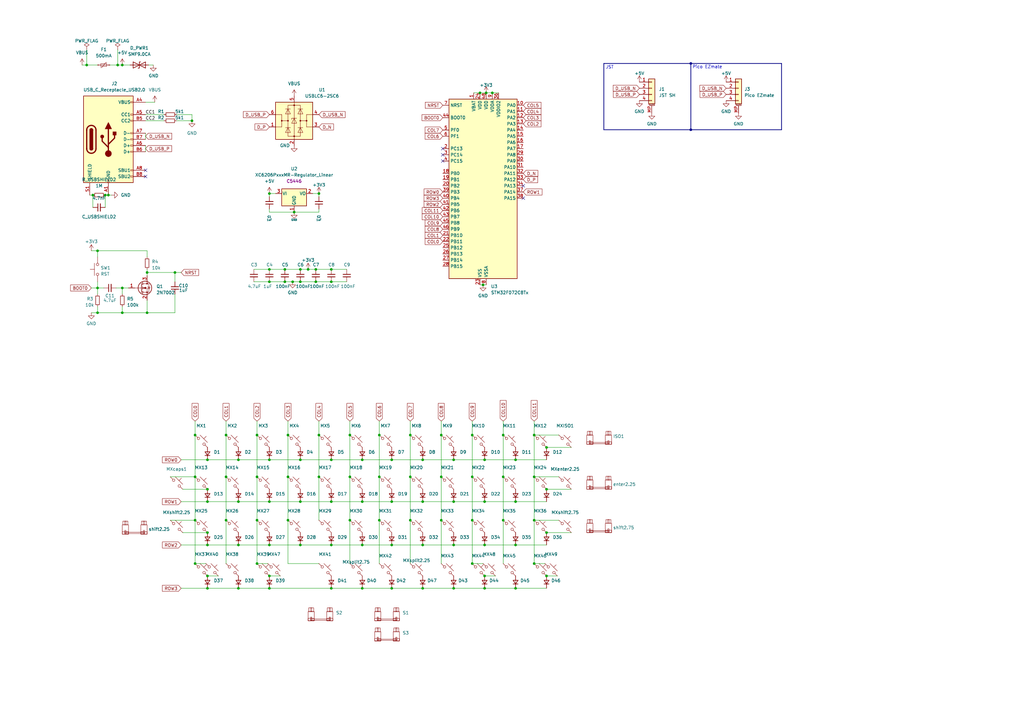
<source format=kicad_sch>
(kicad_sch (version 20230121) (generator eeschema)
  (paper "A3")
  (junction (at 148.59 223.52))
  (junction (at 92.71 213.36))
  (junction (at 193.675 178.435))
  (junction (at 206.375 213.36))
  (junction (at 211.455 188.595))
  (junction (at 186.055 205.74))
  (junction (at 105.41 213.36))
  (junction (at 123.19 205.74))
  (junction (at 40.005 118.11))
  (junction (at 219.075 195.58))
  (junction (at 283.337 26.035))
  (junction (at 123.19 188.595))
  (junction (at 160.655 241.3))
  (junction (at 160.655 205.74))
  (junction (at 211.455 241.3))
  (junction (at 105.41 231.14))
  (junction (at 196.85 38.1))
  (junction (at 224.155 183.515))
  (junction (at 148.59 205.74))
  (junction (at 60.325 128.27))
  (junction (at 224.155 218.44))
  (junction (at 224.155 236.22))
  (junction (at 92.71 195.58))
  (junction (at 92.71 178.435))
  (junction (at 135.89 223.52))
  (junction (at 85.09 200.66))
  (junction (at 135.89 110.49))
  (junction (at 40.005 102.87))
  (junction (at 198.755 205.74))
  (junction (at 135.89 205.74))
  (junction (at 135.89 115.57))
  (junction (at 118.11 213.36))
  (junction (at 50.165 26.67))
  (junction (at 143.51 195.58))
  (junction (at 50.165 128.27))
  (junction (at 129.54 115.57))
  (junction (at 38.1 80.01))
  (junction (at 85.09 218.44))
  (junction (at 40.005 128.27))
  (junction (at 110.49 188.595))
  (junction (at 198.12 116.84))
  (junction (at 198.755 241.3))
  (junction (at 110.49 241.3))
  (junction (at 135.89 241.3))
  (junction (at 123.19 223.52))
  (junction (at 186.055 241.3))
  (junction (at 173.355 241.3))
  (junction (at 85.09 236.22))
  (junction (at 206.375 195.58))
  (junction (at 129.54 110.49))
  (junction (at 206.375 178.435))
  (junction (at 80.01 231.14))
  (junction (at 198.755 188.595))
  (junction (at 180.975 195.58))
  (junction (at 180.975 178.435))
  (junction (at 193.675 195.58))
  (junction (at 80.01 195.58))
  (junction (at 110.49 223.52))
  (junction (at 130.81 195.58))
  (junction (at 130.81 178.435))
  (junction (at 219.075 178.435))
  (junction (at 105.41 195.58))
  (junction (at 116.84 110.49))
  (junction (at 44.45 80.01))
  (junction (at 120.65 86.995) (diameter 0.9144))
  (junction (at 143.51 213.36))
  (junction (at 148.59 241.3))
  (junction (at 143.51 178.435))
  (junction (at 97.79 205.74))
  (junction (at 283.337 53.213))
  (junction (at 173.355 223.52))
  (junction (at 123.19 110.49))
  (junction (at 60.325 111.76))
  (junction (at 85.09 188.595))
  (junction (at 155.575 213.36))
  (junction (at 173.355 205.74))
  (junction (at 193.675 231.14))
  (junction (at 199.39 38.1))
  (junction (at 110.49 110.49))
  (junction (at 219.075 213.36))
  (junction (at 120.015 115.57))
  (junction (at 168.275 195.58))
  (junction (at 211.455 205.74))
  (junction (at 110.49 236.22))
  (junction (at 135.89 188.595))
  (junction (at 105.41 178.435))
  (junction (at 130.81 79.375) (diameter 0.9144))
  (junction (at 160.655 223.52))
  (junction (at 198.755 223.52))
  (junction (at 85.09 223.52))
  (junction (at 116.84 115.57))
  (junction (at 201.93 38.1))
  (junction (at 43.18 80.01))
  (junction (at 110.49 79.375) (diameter 0.9144))
  (junction (at 148.59 188.595))
  (junction (at 118.11 178.435))
  (junction (at 71.755 111.76))
  (junction (at 97.79 223.52))
  (junction (at 118.11 195.58))
  (junction (at 110.49 205.74))
  (junction (at 85.09 241.3))
  (junction (at 168.275 178.435))
  (junction (at 97.79 188.595))
  (junction (at 126.365 110.49))
  (junction (at 110.49 115.57))
  (junction (at 224.155 200.66))
  (junction (at 35.56 26.67))
  (junction (at 211.455 223.52))
  (junction (at 173.355 188.595))
  (junction (at 155.575 195.58))
  (junction (at 186.055 188.595))
  (junction (at 186.055 223.52))
  (junction (at 180.975 213.36))
  (junction (at 219.075 231.14))
  (junction (at 78.74 49.53))
  (junction (at 85.09 205.74))
  (junction (at 97.79 241.3))
  (junction (at 80.01 178.435))
  (junction (at 198.755 236.22))
  (junction (at 168.275 213.36))
  (junction (at 193.675 213.36))
  (junction (at 80.01 213.36))
  (junction (at 123.19 115.57))
  (junction (at 160.655 188.595))
  (junction (at 155.575 178.435))
  (junction (at 48.26 26.67))
  (junction (at 50.165 118.11))
  (no_connect (at 181.61 60.96))
  (no_connect (at 181.61 66.04))
  (no_connect (at 59.69 72.39))
  (no_connect (at 59.69 69.85))
  (no_connect (at 181.61 63.5))
  (no_connect (at 214.63 76.2))
  (no_connect (at 214.63 81.28))
  (wire (pts (xy 186.055 241.3) (xy 198.755 241.3)))
  (wire (pts (xy 50.165 26.67) (xy 53.34 26.67)))
  (wire (pts (xy 123.19 223.52) (xy 135.89 223.52)))
  (wire (pts (xy 85.09 236.22) (xy 89.535 236.22)))
  (wire (pts (xy 71.755 120.65) (xy 71.755 128.27)))
  (wire (pts (xy 116.84 115.57) (xy 120.015 115.57)))
  (wire (pts (xy 186.055 188.595) (xy 198.755 188.595)))
  (wire (pts (xy 43.18 80.01) (xy 43.18 85.09)))
  (wire (pts (xy 129.54 110.49) (xy 135.89 110.49)))
  (bus (pts (xy 283.337 26.035) (xy 283.337 53.213)))
  (wire (pts (xy 45.085 26.67) (xy 48.26 26.67)))
  (wire (pts (xy 148.59 205.74) (xy 160.655 205.74)))
  (wire (pts (xy 37.465 102.87) (xy 40.005 102.87)))
  (wire (pts (xy 168.275 195.58) (xy 168.275 213.36)))
  (wire (pts (xy 118.11 172.72) (xy 118.11 178.435)))
  (wire (pts (xy 105.41 195.58) (xy 105.41 213.36)))
  (wire (pts (xy 135.89 188.595) (xy 148.59 188.595)))
  (wire (pts (xy 186.055 223.52) (xy 198.755 223.52)))
  (wire (pts (xy 126.365 110.49) (xy 129.54 110.49)))
  (wire (pts (xy 211.455 188.595) (xy 224.155 188.595)))
  (wire (pts (xy 48.26 26.67) (xy 50.165 26.67)))
  (wire (pts (xy 80.01 213.36) (xy 80.01 231.14)))
  (wire (pts (xy 120.015 115.57) (xy 123.19 115.57)))
  (wire (pts (xy 60.325 123.19) (xy 60.325 128.27)))
  (wire (pts (xy 80.01 178.435) (xy 80.01 195.58)))
  (wire (pts (xy 110.49 110.49) (xy 116.84 110.49)))
  (bus (pts (xy 247.65 26.035) (xy 283.337 26.035)))
  (wire (pts (xy 74.93 218.44) (xy 85.09 218.44)))
  (wire (pts (xy 168.275 213.36) (xy 168.275 231.14)))
  (wire (pts (xy 97.79 223.52) (xy 110.49 223.52)))
  (wire (pts (xy 173.355 188.595) (xy 186.055 188.595)))
  (wire (pts (xy 43.18 80.01) (xy 44.45 80.01)))
  (wire (pts (xy 148.59 241.3) (xy 160.655 241.3)))
  (wire (pts (xy 160.655 223.52) (xy 173.355 223.52)))
  (wire (pts (xy 40.005 128.27) (xy 50.165 128.27)))
  (wire (pts (xy 80.01 231.14) (xy 84.455 231.14)))
  (wire (pts (xy 74.295 223.52) (xy 85.09 223.52)))
  (wire (pts (xy 60.325 128.27) (xy 71.755 128.27)))
  (wire (pts (xy 130.81 85.725) (xy 130.81 86.995)))
  (wire (pts (xy 129.54 115.57) (xy 135.89 115.57)))
  (wire (pts (xy 224.155 200.66) (xy 234.315 200.66)))
  (wire (pts (xy 74.295 205.74) (xy 85.09 205.74)))
  (wire (pts (xy 130.81 178.435) (xy 130.81 195.58)))
  (wire (pts (xy 110.49 188.595) (xy 123.19 188.595)))
  (wire (pts (xy 110.49 85.725) (xy 110.49 86.995)))
  (wire (pts (xy 219.075 172.72) (xy 219.075 178.435)))
  (wire (pts (xy 198.755 188.595) (xy 211.455 188.595)))
  (wire (pts (xy 224.155 218.44) (xy 234.315 218.44)))
  (wire (pts (xy 148.59 188.595) (xy 160.655 188.595)))
  (wire (pts (xy 40.005 102.87) (xy 40.005 105.41)))
  (wire (pts (xy 155.575 213.36) (xy 155.575 231.14)))
  (wire (pts (xy 92.71 195.58) (xy 92.71 213.36)))
  (wire (pts (xy 116.84 110.49) (xy 123.19 110.49)))
  (wire (pts (xy 193.675 195.58) (xy 193.675 213.36)))
  (wire (pts (xy 85.09 205.74) (xy 97.79 205.74)))
  (wire (pts (xy 194.31 38.1) (xy 196.85 38.1)))
  (wire (pts (xy 193.675 231.14) (xy 198.12 231.14)))
  (wire (pts (xy 193.675 178.435) (xy 193.675 195.58)))
  (wire (pts (xy 59.69 41.91) (xy 63.5 41.91)))
  (wire (pts (xy 118.11 178.435) (xy 118.11 195.58)))
  (wire (pts (xy 173.355 241.3) (xy 186.055 241.3)))
  (bus (pts (xy 320.548 53.213) (xy 320.548 26.035)))
  (wire (pts (xy 143.51 195.58) (xy 143.51 213.36)))
  (wire (pts (xy 148.59 223.52) (xy 160.655 223.52)))
  (wire (pts (xy 97.79 241.3) (xy 110.49 241.3)))
  (wire (pts (xy 104.14 110.49) (xy 110.49 110.49)))
  (wire (pts (xy 193.675 172.72) (xy 193.675 178.435)))
  (wire (pts (xy 69.85 195.58) (xy 80.01 195.58)))
  (wire (pts (xy 199.39 38.1) (xy 201.93 38.1)))
  (wire (pts (xy 118.11 231.14) (xy 130.81 231.14)))
  (wire (pts (xy 50.165 128.27) (xy 60.325 128.27)))
  (wire (pts (xy 110.49 79.375) (xy 110.49 80.645)))
  (wire (pts (xy 110.49 115.57) (xy 116.84 115.57)))
  (wire (pts (xy 130.81 195.58) (xy 130.81 213.36)))
  (wire (pts (xy 120.65 86.995) (xy 130.81 86.995)))
  (wire (pts (xy 40.005 125.73) (xy 40.005 128.27)))
  (wire (pts (xy 60.325 111.76) (xy 71.755 111.76)))
  (wire (pts (xy 211.455 241.3) (xy 224.155 241.3)))
  (wire (pts (xy 74.295 188.595) (xy 85.09 188.595)))
  (wire (pts (xy 196.85 116.84) (xy 198.12 116.84)))
  (wire (pts (xy 92.71 178.435) (xy 92.71 195.58)))
  (wire (pts (xy 50.165 118.11) (xy 50.165 120.65)))
  (bus (pts (xy 247.65 26.035) (xy 247.65 53.213)))
  (wire (pts (xy 135.89 110.49) (xy 142.24 110.49)))
  (wire (pts (xy 110.49 223.52) (xy 123.19 223.52)))
  (wire (pts (xy 196.85 38.1) (xy 199.39 38.1)))
  (wire (pts (xy 38.1 80.01) (xy 38.1 85.09)))
  (wire (pts (xy 206.375 213.36) (xy 206.375 231.14)))
  (wire (pts (xy 35.56 26.67) (xy 40.005 26.67)))
  (wire (pts (xy 35.56 20.32) (xy 35.56 26.67)))
  (wire (pts (xy 37.465 118.11) (xy 40.005 118.11)))
  (wire (pts (xy 36.83 80.01) (xy 38.1 80.01)))
  (wire (pts (xy 155.575 172.72) (xy 155.575 178.435)))
  (wire (pts (xy 219.075 178.435) (xy 219.075 195.58)))
  (wire (pts (xy 59.69 54.61) (xy 59.69 57.15)))
  (wire (pts (xy 180.975 172.72) (xy 180.975 178.435)))
  (wire (pts (xy 224.155 183.515) (xy 234.315 183.515)))
  (wire (pts (xy 173.355 205.74) (xy 186.055 205.74)))
  (wire (pts (xy 219.075 213.36) (xy 229.235 213.36)))
  (wire (pts (xy 59.69 49.53) (xy 67.31 49.53)))
  (wire (pts (xy 85.09 241.3) (xy 97.79 241.3)))
  (wire (pts (xy 198.755 236.22) (xy 203.2 236.22)))
  (wire (pts (xy 60.325 102.87) (xy 60.325 105.41)))
  (wire (pts (xy 206.375 178.435) (xy 206.375 195.58)))
  (wire (pts (xy 123.19 205.74) (xy 135.89 205.74)))
  (wire (pts (xy 60.96 26.67) (xy 62.865 26.67)))
  (wire (pts (xy 50.165 118.11) (xy 52.705 118.11)))
  (wire (pts (xy 48.26 20.32) (xy 48.26 26.67)))
  (wire (pts (xy 211.455 205.74) (xy 224.155 205.74)))
  (wire (pts (xy 74.93 200.66) (xy 85.09 200.66)))
  (wire (pts (xy 85.09 223.52) (xy 97.79 223.52)))
  (bus (pts (xy 247.65 53.213) (xy 283.337 53.213)))
  (wire (pts (xy 155.575 195.58) (xy 155.575 213.36)))
  (wire (pts (xy 72.39 46.99) (xy 78.74 46.99)))
  (wire (pts (xy 201.93 38.1) (xy 204.47 38.1)))
  (wire (pts (xy 74.295 241.3) (xy 85.09 241.3)))
  (wire (pts (xy 198.755 223.52) (xy 211.455 223.52)))
  (wire (pts (xy 123.19 115.57) (xy 129.54 115.57)))
  (wire (pts (xy 155.575 178.435) (xy 155.575 195.58)))
  (wire (pts (xy 219.075 178.435) (xy 229.235 178.435)))
  (wire (pts (xy 180.975 195.58) (xy 180.975 213.36)))
  (wire (pts (xy 173.355 223.52) (xy 186.055 223.52)))
  (wire (pts (xy 110.49 79.375) (xy 113.03 79.375)))
  (wire (pts (xy 110.49 236.22) (xy 114.935 236.22)))
  (wire (pts (xy 105.41 231.14) (xy 109.855 231.14)))
  (wire (pts (xy 78.74 46.99) (xy 78.74 49.53)))
  (wire (pts (xy 186.055 205.74) (xy 198.755 205.74)))
  (wire (pts (xy 85.09 188.595) (xy 97.79 188.595)))
  (wire (pts (xy 37.465 128.27) (xy 40.005 128.27)))
  (wire (pts (xy 104.14 115.57) (xy 110.49 115.57)))
  (wire (pts (xy 59.69 59.69) (xy 59.69 62.23)))
  (wire (pts (xy 211.455 223.52) (xy 224.155 223.52)))
  (wire (pts (xy 80.01 172.72) (xy 80.01 178.435)))
  (wire (pts (xy 224.155 236.22) (xy 228.6 236.22)))
  (wire (pts (xy 219.075 213.36) (xy 219.075 231.14)))
  (wire (pts (xy 219.075 195.58) (xy 219.075 213.36)))
  (wire (pts (xy 71.755 111.76) (xy 74.295 111.76)))
  (wire (pts (xy 206.375 172.72) (xy 206.375 178.435)))
  (wire (pts (xy 50.165 125.73) (xy 50.165 128.27)))
  (wire (pts (xy 92.71 172.72) (xy 92.71 178.435)))
  (wire (pts (xy 143.51 178.435) (xy 143.51 195.58)))
  (bus (pts (xy 283.337 26.035) (xy 320.548 26.035)))
  (wire (pts (xy 118.11 213.36) (xy 118.11 231.14)))
  (wire (pts (xy 206.375 195.58) (xy 206.375 213.36)))
  (wire (pts (xy 123.19 188.595) (xy 135.89 188.595)))
  (wire (pts (xy 135.89 241.3) (xy 148.59 241.3)))
  (wire (pts (xy 168.275 178.435) (xy 168.275 195.58)))
  (bus (pts (xy 283.337 53.213) (xy 320.548 53.213)))
  (wire (pts (xy 40.005 118.11) (xy 42.545 118.11)))
  (wire (pts (xy 118.11 195.58) (xy 118.11 213.36)))
  (wire (pts (xy 97.79 188.595) (xy 110.49 188.595)))
  (wire (pts (xy 120.65 86.995) (xy 110.49 86.995)))
  (wire (pts (xy 40.005 115.57) (xy 40.005 118.11)))
  (wire (pts (xy 33.655 26.67) (xy 35.56 26.67)))
  (wire (pts (xy 168.275 172.72) (xy 168.275 178.435)))
  (wire (pts (xy 180.975 213.36) (xy 180.975 231.14)))
  (wire (pts (xy 143.51 172.72) (xy 143.51 178.435)))
  (wire (pts (xy 60.325 110.49) (xy 60.325 111.76)))
  (wire (pts (xy 123.19 110.49) (xy 126.365 110.49)))
  (wire (pts (xy 59.69 46.99) (xy 67.31 46.99)))
  (wire (pts (xy 130.81 172.72) (xy 130.81 178.435)))
  (wire (pts (xy 40.005 102.87) (xy 60.325 102.87)))
  (wire (pts (xy 160.655 205.74) (xy 173.355 205.74)))
  (wire (pts (xy 143.51 213.36) (xy 143.51 231.14)))
  (wire (pts (xy 110.49 241.3) (xy 135.89 241.3)))
  (wire (pts (xy 198.12 116.84) (xy 199.39 116.84)))
  (wire (pts (xy 219.075 195.58) (xy 229.235 195.58)))
  (wire (pts (xy 198.755 205.74) (xy 211.455 205.74)))
  (wire (pts (xy 72.39 49.53) (xy 78.74 49.53)))
  (wire (pts (xy 135.89 223.52) (xy 148.59 223.52)))
  (wire (pts (xy 92.71 213.36) (xy 92.71 231.14)))
  (wire (pts (xy 135.89 115.57) (xy 142.24 115.57)))
  (wire (pts (xy 105.41 178.435) (xy 105.41 195.58)))
  (wire (pts (xy 47.625 118.11) (xy 50.165 118.11)))
  (wire (pts (xy 60.325 111.76) (xy 60.325 113.03)))
  (wire (pts (xy 219.075 231.14) (xy 223.52 231.14)))
  (wire (pts (xy 105.41 213.36) (xy 105.41 231.14)))
  (wire (pts (xy 69.85 213.36) (xy 80.01 213.36)))
  (wire (pts (xy 180.975 178.435) (xy 180.975 195.58)))
  (wire (pts (xy 110.49 205.74) (xy 123.19 205.74)))
  (wire (pts (xy 80.01 195.58) (xy 80.01 213.36)))
  (wire (pts (xy 44.45 80.01) (xy 45.72 80.01)))
  (wire (pts (xy 135.89 205.74) (xy 148.59 205.74)))
  (wire (pts (xy 198.755 241.3) (xy 211.455 241.3)))
  (wire (pts (xy 71.755 111.76) (xy 71.755 115.57)))
  (wire (pts (xy 193.675 213.36) (xy 193.675 231.14)))
  (wire (pts (xy 160.655 241.3) (xy 173.355 241.3)))
  (wire (pts (xy 130.81 79.375) (xy 130.81 80.645)))
  (wire (pts (xy 97.79 205.74) (xy 110.49 205.74)))
  (wire (pts (xy 105.41 172.72) (xy 105.41 178.435)))
  (wire (pts (xy 40.005 118.11) (xy 40.005 120.65)))
  (wire (pts (xy 128.27 79.375) (xy 130.81 79.375)))
  (wire (pts (xy 160.655 188.595) (xy 173.355 188.595)))
  (text "JST" (at 248.412 28.448 0) (effects (font (size 1.27 1.27)) (justify left bottom)))
  (text "Pico EZmate" (at 283.972 28.321 0) (effects (font (size 1.27 1.27)) (justify left bottom)))
  (label "CC2" (at 59.69 49.53 0))
  (label "CC1" (at 59.69 46.99 0))
  (global_label "BOOT0" (shape input) (at 37.465 118.11 180) (property "Intersheetrefs" "${INTERSHEET_REFS}" (effects hide)))
  (global_label "COL5" (shape input) (at 143.51 172.72 90) (property "Intersheetrefs" "${INTERSHEET_REFS}" (effects hide)))
  (global_label "COL2" (shape input) (at 105.41 172.72 90) (property "Intersheetrefs" "${INTERSHEET_REFS}" (effects hide)))
  (global_label "ROW2" (shape input) (at 74.295 223.52 180) (property "Intersheetrefs" "${INTERSHEET_REFS}" (effects hide)))
  (global_label "COL7" (shape input) (at 168.275 172.72 90) (property "Intersheetrefs" "${INTERSHEET_REFS}" (effects hide)))
  (global_label "D_USB_N" (shape input) (at 297.815 36.195 180) (property "Intersheetrefs" "${INTERSHEET_REFS}" (effects hide)))
  (global_label "D_USB_P" (shape input) (at 59.69 60.96 0) (property "Intersheetrefs" "${INTERSHEET_REFS}" (effects hide)))
  (global_label "COL6" (shape input) (at 181.61 55.88 180) (property "Intersheetrefs" "${INTERSHEET_REFS}" (effects hide)))
  (global_label "ROW3" (shape input) (at 181.61 81.28 180) (property "Intersheetrefs" "${INTERSHEET_REFS}" (effects hide)))
  (global_label "D_USB_P" (shape input) (at 262.255 38.735 180) (property "Intersheetrefs" "${INTERSHEET_REFS}" (effects hide)))
  (global_label "ROW0" (shape input) (at 181.61 78.74 180) (property "Intersheetrefs" "${INTERSHEET_REFS}" (effects hide)))
  (global_label "COL2" (shape input) (at 214.63 50.8 0) (property "Intersheetrefs" "${INTERSHEET_REFS}" (effects hide)))
  (global_label "COL4" (shape input) (at 130.81 172.72 90) (property "Intersheetrefs" "${INTERSHEET_REFS}" (effects hide)))
  (global_label "D_USB_P" (shape input) (at 110.49 46.99 180) (property "Intersheetrefs" "${INTERSHEET_REFS}" (effects hide)))
  (global_label "COL7" (shape input) (at 181.61 53.34 180) (property "Intersheetrefs" "${INTERSHEET_REFS}" (effects hide)))
  (global_label "COL3" (shape input) (at 118.11 172.72 90) (property "Intersheetrefs" "${INTERSHEET_REFS}" (effects hide)))
  (global_label "COL11" (shape input) (at 219.075 172.72 90) (property "Intersheetrefs" "${INTERSHEET_REFS}" (effects hide)))
  (global_label "NRST" (shape input) (at 74.295 111.76 0) (property "Intersheetrefs" "${INTERSHEET_REFS}" (effects hide)))
  (global_label "COL1" (shape input) (at 92.71 172.72 90) (property "Intersheetrefs" "${INTERSHEET_REFS}" (effects hide)))
  (global_label "COL0" (shape input) (at 181.61 99.06 180) (property "Intersheetrefs" "${INTERSHEET_REFS}" (effects hide)))
  (global_label "COL8" (shape input) (at 181.61 93.98 180) (property "Intersheetrefs" "${INTERSHEET_REFS}" (effects hide)))
  (global_label "D_N" (shape input) (at 214.63 71.12 0) (property "Intersheetrefs" "${INTERSHEET_REFS}" (effects hide)))
  (global_label "ROW1" (shape input) (at 74.295 205.74 180) (property "Intersheetrefs" "${INTERSHEET_REFS}" (effects hide)))
  (global_label "D_N" (shape input) (at 130.81 52.07 0) (property "Intersheetrefs" "${INTERSHEET_REFS}" (effects hide)))
  (global_label "BOOT0" (shape input) (at 181.61 48.26 180) (property "Intersheetrefs" "${INTERSHEET_REFS}" (effects hide)))
  (global_label "ROW1" (shape input) (at 214.63 78.74 0) (property "Intersheetrefs" "${INTERSHEET_REFS}" (effects hide)))
  (global_label "NRST" (shape input) (at 181.61 43.18 180) (property "Intersheetrefs" "${INTERSHEET_REFS}" (effects hide)))
  (global_label "COL11" (shape input) (at 181.61 86.36 180) (property "Intersheetrefs" "${INTERSHEET_REFS}" (effects hide)))
  (global_label "ROW3" (shape input) (at 74.295 241.3 180) (property "Intersheetrefs" "${INTERSHEET_REFS}" (effects hide)))
  (global_label "D_P" (shape input) (at 110.49 52.07 180) (property "Intersheetrefs" "${INTERSHEET_REFS}" (effects hide)))
  (global_label "D_USB_N" (shape input) (at 262.255 36.195 180) (property "Intersheetrefs" "${INTERSHEET_REFS}" (effects hide)))
  (global_label "D_USB_N" (shape input) (at 59.69 55.88 0) (property "Intersheetrefs" "${INTERSHEET_REFS}" (effects hide)))
  (global_label "COL0" (shape input) (at 80.01 172.72 90) (property "Intersheetrefs" "${INTERSHEET_REFS}" (effects hide)))
  (global_label "ROW0" (shape input) (at 74.295 188.595 180) (property "Intersheetrefs" "${INTERSHEET_REFS}" (effects hide)))
  (global_label "D_USB_N" (shape input) (at 130.81 46.99 0) (property "Intersheetrefs" "${INTERSHEET_REFS}" (effects hide)))
  (global_label "COL9" (shape input) (at 181.61 91.44 180) (property "Intersheetrefs" "${INTERSHEET_REFS}" (effects hide)))
  (global_label "COL3" (shape input) (at 214.63 48.26 0) (property "Intersheetrefs" "${INTERSHEET_REFS}" (effects hide)))
  (global_label "COL1" (shape input) (at 181.61 96.52 180) (property "Intersheetrefs" "${INTERSHEET_REFS}" (effects hide)))
  (global_label "COL6" (shape input) (at 155.575 172.72 90) (property "Intersheetrefs" "${INTERSHEET_REFS}" (effects hide)))
  (global_label "COL8" (shape input) (at 180.975 172.72 90) (property "Intersheetrefs" "${INTERSHEET_REFS}" (effects hide)))
  (global_label "COL10" (shape input) (at 181.61 88.9 180) (property "Intersheetrefs" "${INTERSHEET_REFS}" (effects hide)))
  (global_label "COL5" (shape input) (at 214.63 43.18 0) (property "Intersheetrefs" "${INTERSHEET_REFS}" (effects hide)))
  (global_label "COL9" (shape input) (at 193.675 172.72 90) (property "Intersheetrefs" "${INTERSHEET_REFS}" (effects hide)))
  (global_label "COL4" (shape input) (at 214.63 45.72 0) (property "Intersheetrefs" "${INTERSHEET_REFS}" (effects hide)))
  (global_label "ROW2" (shape input) (at 181.61 83.82 180) (property "Intersheetrefs" "${INTERSHEET_REFS}" (effects hide)))
  (global_label "D_P" (shape input) (at 214.63 73.66 0) (property "Intersheetrefs" "${INTERSHEET_REFS}" (effects hide)))
  (global_label "COL10" (shape input) (at 206.375 172.72 90) (property "Intersheetrefs" "${INTERSHEET_REFS}" (effects hide)))
  (global_label "D_USB_P" (shape input) (at 297.815 38.735 180) (property "Intersheetrefs" "${INTERSHEET_REFS}" (effects hide)))
  (symbol (lib_id "PCM_marbastlib-mx:MX_SW_HS") (at 231.775 180.975 0) (unit 1)
    (property "Reference" "MXISO1" (at 231.775 174.625 0))
    (property "Value" "MX_SW_HS" (effects hide))
    (property "Footprint" "PCM_marbastlib-mx:SW_MX_1u" (effects hide))
  )
  (symbol (lib_id "PCM_marbastlib-mx:MX_SW_HS") (at 183.515 215.9 0) (unit 1)
    (property "Reference" "MX33" (at 183.515 209.55 0))
    (property "Value" "MX_SW_HS" (effects hide))
    (property "Footprint" "PCM_marbastlib-mx:SW_MX_1u" (effects hide))
  )
  (symbol (lib_id "PCM_marbastlib-mx:MX_SW_HS") (at 200.66 233.68 0) (unit 1)
    (property "Reference" "MX48" (at 200.66 227.33 0))
    (property "Value" "MX_SW_HS" (effects hide))
    (property "Footprint" "PCM_marbastlib-mx:SW_MX_1.5u" (effects hide))
  )
  (symbol (lib_id "Device:D_Small") (at 186.055 238.76 90) (unit 1)
    (property "Reference" "D43" (at 187.96 238.125 90) (effects (justify right)))
    (property "Value" "D_Small" (effects hide))
    (property "Footprint" "Diode_SMD:D_SOD-123F" (effects hide))
    (property "Sim.Device" "D" (effects hide))
    (property "Sim.Pins" "1=K 2=A" (effects hide))
  )
  (symbol (lib_id "Device:C_Small") (at 129.54 113.03 0) (unit 1)
    (property "Reference" "C7" (at 128.27 108.585 0) (effects (justify left)))
    (property "Value" "100nF" (at 127 117.475 0) (effects (justify left)))
    (property "Footprint" "Capacitor_SMD:C_0603_1608Metric" (effects hide))
  )
  (symbol (lib_id "power:GND") (at 297.815 41.275 0) (unit 1)
    (property "Reference" "#PWR021" (effects hide))
    (property "Value" "GND" (at 297.815 45.7184 0))
  )
  (symbol (lib_name "GND_3") (lib_id "power:GND") (at 37.465 128.27 0) (unit 1)
    (property "Reference" "#PWR014" (effects hide))
    (property "Value" "GND" (at 37.465 132.715 0))
  )
  (symbol (lib_id "power:GND") (at 262.255 41.275 0) (unit 1)
    (property "Reference" "#PWR020" (effects hide))
    (property "Value" "GND" (at 262.255 45.7184 0))
  )
  (symbol (lib_id "PCM_marbastlib-mx:MX_SW_HS") (at 196.215 198.12 0) (unit 1)
    (property "Reference" "MX22" (at 196.215 191.77 0))
    (property "Value" "MX_SW_HS" (effects hide))
    (property "Footprint" "PCM_marbastlib-mx:SW_MX_1u" (effects hide))
  )
  (symbol (lib_id "PCM_marbastlib-mx:MX_SW_HS") (at 208.915 198.12 0) (unit 1)
    (property "Reference" "MX23" (at 208.915 191.77 0))
    (property "Value" "MX_SW_HS" (effects hide))
    (property "Footprint" "PCM_marbastlib-mx:SW_MX_1u" (effects hide))
  )
  (symbol (lib_id "Device:D_Small") (at 85.09 186.055 90) (unit 1)
    (property "Reference" "D1" (at 87.63 185.42 90) (effects (justify right)))
    (property "Value" "D_Small" (effects hide))
    (property "Footprint" "Diode_SMD:D_SOD-123F" (effects hide))
    (property "Sim.Device" "D" (effects hide))
    (property "Sim.Pins" "1=K 2=A" (effects hide))
  )
  (symbol (lib_id "PCM_marbastlib-mx:MX_SW_HS") (at 82.55 233.68 0) (unit 1)
    (property "Reference" "MX37" (at 82.55 227.33 0))
    (property "Value" "MX_SW_HS" (effects hide))
    (property "Footprint" "PCM_marbastlib-mx:SW_MX_1u" (effects hide))
  )
  (symbol (lib_id "PCM_marbastlib-mx:MX_SW_HS") (at 208.915 180.975 0) (unit 1)
    (property "Reference" "MX11" (at 208.915 174.625 0))
    (property "Value" "MX_SW_HS" (effects hide))
    (property "Footprint" "PCM_marbastlib-mx:SW_MX_1u" (effects hide))
  )
  (symbol (lib_id "Device:D_Small") (at 148.59 203.2 90) (unit 1)
    (property "Reference" "D18" (at 151.13 202.565 90) (effects (justify right)))
    (property "Value" "D_Small" (effects hide))
    (property "Footprint" "Diode_SMD:D_SOD-123F" (effects hide))
    (property "Sim.Device" "D" (effects hide))
    (property "Sim.Pins" "1=K 2=A" (effects hide))
  )
  (symbol (lib_id "Device:D_Small") (at 198.755 238.76 90) (unit 1)
    (property "Reference" "D44" (at 200.66 238.125 90) (effects (justify right)))
    (property "Value" "D_Small" (effects hide))
    (property "Footprint" "Diode_SMD:D_SOD-123F" (effects hide))
    (property "Sim.Device" "D" (effects hide))
    (property "Sim.Pins" "1=K 2=A" (effects hide))
  )
  (symbol (lib_id "Device:C_Small") (at 130.81 83.185 180) (unit 1)
    (property "Reference" "C2" (at 130.81 88.9 0) (effects (font (size 0.762 0.762))))
    (property "Value" "1uF" (at 130.81 90.17 0) (effects (font (size 0.762 0.762))))
    (property "Footprint" "Capacitor_SMD:C_0603_1608Metric" (effects hide))
    (property "LCSC" "C52923" (effects hide))
  )
  (symbol (lib_id "PCM_marbastlib-mx:MX_SW_HS") (at 107.95 215.9 0) (unit 1)
    (property "Reference" "MX27" (at 107.95 209.55 0))
    (property "Value" "MX_SW_HS" (effects hide))
    (property "Footprint" "PCM_marbastlib-mx:SW_MX_1u" (effects hide))
  )
  (symbol (lib_id "PCM_marbastlib-mx:MX_SW_HS") (at 133.35 180.975 0) (unit 1)
    (property "Reference" "MX5" (at 133.35 174.625 0))
    (property "Value" "MX_SW_HS" (effects hide))
    (property "Footprint" "PCM_marbastlib-mx:SW_MX_1u" (effects hide))
  )
  (symbol (lib_id "power:GND") (at 302.895 46.355 0) (unit 1)
    (property "Reference" "#PWR023" (effects hide))
    (property "Value" "GND" (at 302.895 50.7984 0))
  )
  (symbol (lib_id "MCU_ST_STM32F0:STM32F072C8Tx") (at 196.85 78.74 0) (unit 1)
    (property "Reference" "U3" (at 201.3459 117.475 0) (effects (justify left)))
    (property "Value" "STM32F072C8Tx" (at 201.3459 120.015 0) (effects (justify left)))
    (property "Footprint" "Package_QFP:LQFP-48_7x7mm_P0.5mm" (effects hide))
    (property "Datasheet" "https://www.st.com/resource/en/datasheet/stm32f072c8.pdf" (effects hide))
  )
  (symbol (lib_id "Device:D_Small") (at 85.09 220.98 90) (unit 1)
    (property "Reference" "D25" (at 87.63 220.345 90) (effects (justify right)))
    (property "Value" "D_Small" (effects hide))
    (property "Footprint" "Diode_SMD:D_SOD-123F" (effects hide))
    (property "Sim.Device" "D" (effects hide))
    (property "Sim.Pins" "1=K 2=A" (effects hide))
  )
  (symbol (lib_id "Device:D_Small") (at 135.89 220.98 90) (unit 1)
    (property "Reference" "D29" (at 138.43 220.345 90) (effects (justify right)))
    (property "Value" "D_Small" (effects hide))
    (property "Footprint" "Diode_SMD:D_SOD-123F" (effects hide))
    (property "Sim.Device" "D" (effects hide))
    (property "Sim.Pins" "1=K 2=A" (effects hide))
  )
  (symbol (lib_id "Device:D_Small") (at 224.155 238.76 90) (unit 1)
    (property "Reference" "D46" (at 226.06 238.125 90) (effects (justify right)))
    (property "Value" "D_Small" (effects hide))
    (property "Footprint" "Diode_SMD:D_SOD-123F" (effects hide))
    (property "Sim.Device" "D" (effects hide))
    (property "Sim.Pins" "1=K 2=A" (effects hide))
  )
  (symbol (lib_id "power:+3V3") (at 199.39 38.1 0) (unit 1)
    (property "Reference" "#PWR011" (effects hide))
    (property "Value" "+3V3" (at 199.39 34.925 0))
  )
  (symbol (lib_id "Device:D_Small") (at 211.455 238.76 90) (unit 1)
    (property "Reference" "D45" (at 213.36 238.125 90) (effects (justify right)))
    (property "Value" "D_Small" (effects hide))
    (property "Footprint" "Diode_SMD:D_SOD-123F" (effects hide))
    (property "Sim.Device" "D" (effects hide))
    (property "Sim.Pins" "1=K 2=A" (effects hide))
  )
  (symbol (lib_id "PCM_marbastlib-mx:MX_SW_HS") (at 133.35 198.12 0) (unit 1)
    (property "Reference" "MX17" (at 133.35 191.77 0))
    (property "Value" "MX_SW_HS" (effects hide))
    (property "Footprint" "PCM_marbastlib-mx:SW_MX_1u" (effects hide))
  )
  (symbol (lib_id "power:GND") (at 45.72 80.01 90) (unit 1)
    (property "Reference" "#PWR013" (effects hide))
    (property "Value" "GND" (at 49.53 80.0099 90) (effects (justify right)))
  )
  (symbol (lib_id "Device:R_Small") (at 69.85 46.99 90) (unit 1)
    (property "Reference" "R1" (at 66.04 45.72 90))
    (property "Value" "5k1" (at 73.66 45.72 90))
    (property "Footprint" "Resistor_SMD:R_0603_1608Metric" (effects hide))
    (property "LCSC" "C25905" (effects hide))
  )
  (symbol (lib_id "Device:R_Small") (at 40.64 80.01 90) (unit 1)
    (property "Reference" "R_USBSHIELD2" (at 40.64 73.66 90))
    (property "Value" "1M" (at 40.64 76.2 90))
    (property "Footprint" "Resistor_SMD:R_0603_1608Metric" (effects hide))
  )
  (symbol (lib_id "power:PWR_FLAG") (at 35.56 20.32 0) (unit 1)
    (property "Reference" "#FLG01" (effects hide))
    (property "Value" "PWR_FLAG" (at 35.56 16.7442 0))
  )
  (symbol (lib_id "Device:C_Small") (at 110.49 83.185 180) (unit 1)
    (property "Reference" "C1" (at 110.49 88.9 0) (effects (font (size 0.762 0.762))))
    (property "Value" "1uF" (at 110.49 90.17 0) (effects (font (size 0.762 0.762))))
    (property "Footprint" "Capacitor_SMD:C_0603_1608Metric" (effects hide))
    (property "LCSC" "C52923" (effects hide))
  )
  (symbol (lib_name "GND_1") (lib_id "power:GND") (at 120.015 115.57 0) (unit 1)
    (property "Reference" "#PWR07" (effects hide))
    (property "Value" "GND" (at 120.015 120.015 0))
  )
  (symbol (lib_id "PCM_marbastlib-mx:MX_stab") (at 131.445 252.095 0) (unit 1)
    (property "Reference" "S2" (at 137.795 251.333 0) (effects (justify left)))
    (property "Value" "MX_stab" (effects hide))
    (property "Footprint" "PCM_marbastlib-mx:STAB_MX_P_2.25u" (effects hide))
  )
  (symbol (lib_id "PCM_marbastlib-mx:MX_SW_HS") (at 107.95 233.68 0) (unit 1)
    (property "Reference" "MX39" (at 107.95 227.33 0))
    (property "Value" "MX_SW_HS" (effects hide))
    (property "Footprint" "PCM_marbastlib-mx:SW_MX_1u" (effects hide))
  )
  (symbol (lib_id "Device:D_Small") (at 97.79 238.76 90) (unit 1)
    (property "Reference" "D38" (at 100.33 238.125 90) (effects (justify right)))
    (property "Value" "D_Small" (effects hide))
    (property "Footprint" "Diode_SMD:D_SOD-123F" (effects hide))
    (property "Sim.Device" "D" (effects hide))
    (property "Sim.Pins" "1=K 2=A" (effects hide))
  )
  (symbol (lib_id "power:VBUS") (at 120.65 39.37 0) (unit 1)
    (property "Reference" "#PWR01" (effects hide))
    (property "Value" "VBUS" (at 120.65 34.29 0))
  )
  (symbol (lib_id "Device:D_Small") (at 148.59 186.055 90) (unit 1)
    (property "Reference" "D6" (at 151.13 185.42 90) (effects (justify right)))
    (property "Value" "D_Small" (effects hide))
    (property "Footprint" "Diode_SMD:D_SOD-123F" (effects hide))
    (property "Sim.Device" "D" (effects hide))
    (property "Sim.Pins" "1=K 2=A" (effects hide))
  )
  (symbol (lib_id "Device:D_Small") (at 160.655 186.055 90) (unit 1)
    (property "Reference" "D7" (at 163.195 185.42 90) (effects (justify right)))
    (property "Value" "D_Small" (effects hide))
    (property "Footprint" "Diode_SMD:D_SOD-123F" (effects hide))
    (property "Sim.Device" "D" (effects hide))
    (property "Sim.Pins" "1=K 2=A" (effects hide))
  )
  (symbol (lib_id "Connector_Generic_MountingPin:Conn_01x04_MountingPin") (at 267.335 36.195 0) (unit 1)
    (property "Reference" "J1" (at 270.256 36.5505 0) (effects (justify left)))
    (property "Value" "JST SH" (at 270.256 39.0905 0) (effects (justify left)))
    (property "Footprint" "Connector_JST:JST_SH_SM04B-SRSS-TB_1x04-1MP_P1.00mm_Horizontal" (effects hide))
  )
  (symbol (lib_id "power:VBUS") (at 33.655 26.67 0) (unit 1)
    (property "Reference" "#PWR08" (effects hide))
    (property "Value" "VBUS" (at 33.655 21.59 0))
  )
  (symbol (lib_id "Device:D_Small") (at 173.355 203.2 90) (unit 1)
    (property "Reference" "D20" (at 175.895 202.565 90) (effects (justify right)))
    (property "Value" "D_Small" (effects hide))
    (property "Footprint" "Diode_SMD:D_SOD-123F" (effects hide))
    (property "Sim.Device" "D" (effects hide))
    (property "Sim.Pins" "1=K 2=A" (effects hide))
  )
  (symbol (lib_id "power:+3.3V") (at 130.81 79.375 0) (unit 1)
    (property "Reference" "#PWR04" (effects hide))
    (property "Value" "+3.3V" (at 130.81 75.8276 0))
  )
  (symbol (lib_id "Device:D_TVS") (at 57.15 26.67 0) (unit 1)
    (property "Reference" "D_PWR1" (at 57.15 19.685 0))
    (property "Value" "SMF9.0CA" (at 57.15 22.225 0))
    (property "Footprint" "Diode_SMD:D_SOD-123" (effects hide))
  )
  (symbol (lib_id "Device:C_Small") (at 45.085 118.11 90) (unit 1)
    (property "Reference" "C11" (at 45.085 121.285 90))
    (property "Value" "4.7uF" (at 45.085 123.19 90))
    (property "Footprint" "Capacitor_SMD:C_0603_1608Metric" (effects hide))
  )
  (symbol (lib_id "Device:D_Small") (at 211.455 203.2 90) (unit 1)
    (property "Reference" "D23" (at 213.995 202.565 90) (effects (justify right)))
    (property "Value" "D_Small" (effects hide))
    (property "Footprint" "Diode_SMD:D_SOD-123F" (effects hide))
    (property "Sim.Device" "D" (effects hide))
    (property "Sim.Pins" "1=K 2=A" (effects hide))
  )
  (symbol (lib_id "Device:D_Small") (at 160.655 238.76 90) (unit 1)
    (property "Reference" "D42" (at 162.56 238.125 90) (effects (justify right)))
    (property "Value" "D_Small" (effects hide))
    (property "Footprint" "Diode_SMD:D_SOD-123F" (effects hide))
    (property "Sim.Device" "D" (effects hide))
    (property "Sim.Pins" "1=K 2=A" (effects hide))
  )
  (symbol (lib_id "PCM_marbastlib-mx:MX_SW_HS") (at 183.515 180.975 0) (unit 1)
    (property "Reference" "MX9" (at 183.515 174.625 0))
    (property "Value" "MX_SW_HS" (effects hide))
    (property "Footprint" "PCM_marbastlib-mx:SW_MX_1u" (effects hide))
  )
  (symbol (lib_id "PCM_marbastlib-mx:MX_SW_HS") (at 95.25 215.9 0) (unit 1)
    (property "Reference" "MX26" (at 95.25 209.55 0))
    (property "Value" "MX_SW_HS" (effects hide))
    (property "Footprint" "PCM_marbastlib-mx:SW_MX_1u" (effects hide))
  )
  (symbol (lib_id "Device:D_Small") (at 148.59 238.76 90) (unit 1)
    (property "Reference" "D40" (at 150.495 238.125 90) (effects (justify right)))
    (property "Value" "D_Small" (effects hide))
    (property "Footprint" "Diode_SMD:D_SOD-123F" (effects hide))
    (property "Sim.Device" "D" (effects hide))
    (property "Sim.Pins" "1=K 2=A" (effects hide))
  )
  (symbol (lib_id "Device:D_Small") (at 224.155 220.98 90) (unit 1)
    (property "Reference" "D36" (at 226.695 220.345 90) (effects (justify right)))
    (property "Value" "D_Small" (effects hide))
    (property "Footprint" "Diode_SMD:D_SOD-123F" (effects hide))
    (property "Sim.Device" "D" (effects hide))
    (property "Sim.Pins" "1=K 2=A" (effects hide))
  )
  (symbol (lib_id "Device:C_Small") (at 116.84 113.03 0) (unit 1)
    (property "Reference" "C5" (at 115.57 108.585 0) (effects (justify left)))
    (property "Value" "100nF" (at 113.03 117.475 0) (effects (justify left)))
    (property "Footprint" "Capacitor_SMD:C_0603_1608Metric" (effects hide))
  )
  (symbol (lib_id "Device:R_Small") (at 60.325 107.95 0) (unit 1)
    (property "Reference" "R4" (at 62.23 107.315 0) (effects (justify left)))
    (property "Value" "10k" (at 62.23 109.855 0) (effects (justify left)))
    (property "Footprint" "Resistor_SMD:R_0603_1608Metric" (effects hide))
  )
  (symbol (lib_id "Device:D_Small") (at 186.055 186.055 90) (unit 1)
    (property "Reference" "D9" (at 188.595 185.42 90) (effects (justify right)))
    (property "Value" "D_Small" (effects hide))
    (property "Footprint" "Diode_SMD:D_SOD-123F" (effects hide))
    (property "Sim.Device" "D" (effects hide))
    (property "Sim.Pins" "1=K 2=A" (effects hide))
  )
  (symbol (lib_id "PCM_marbastlib-mx:MX_SW_HS") (at 95.25 180.975 0) (unit 1)
    (property "Reference" "MX2" (at 95.25 174.625 0))
    (property "Value" "MX_SW_HS" (effects hide))
    (property "Footprint" "PCM_marbastlib-mx:SW_MX_1u" (effects hide))
  )
  (symbol (lib_id "PCM_marbastlib-mx:MX_SW_HS") (at 133.35 215.9 0) (unit 1)
    (property "Reference" "MX29" (at 133.35 209.55 0))
    (property "Value" "MX_SW_HS" (effects hide))
    (property "Footprint" "PCM_marbastlib-mx:SW_MX_1u" (effects hide))
  )
  (symbol (lib_id "Device:C_Small") (at 104.14 113.03 0) (unit 1)
    (property "Reference" "C3" (at 102.87 108.585 0) (effects (justify left)))
    (property "Value" "4.7uF" (at 101.6 117.475 0) (effects (justify left)))
    (property "Footprint" "Capacitor_SMD:C_0603_1608Metric" (effects hide))
  )
  (symbol (lib_id "power:+3V3") (at 126.365 110.49 0) (unit 1)
    (property "Reference" "#PWR06" (effects hide))
    (property "Value" "+3V3" (at 126.365 106.68 0))
  )
  (symbol (lib_id "PCM_marbastlib-mx:MX_stab") (at 158.75 260.35 0) (unit 1)
    (property "Reference" "S3" (at 165.1 259.588 0) (effects (justify left)))
    (property "Value" "MX_stab" (effects hide))
    (property "Footprint" "PCM_marbastlib-mx:STAB_MX_P_2.75u" (effects hide))
  )
  (symbol (lib_id "PCM_marbastlib-mx:MX_SW_HS") (at 208.915 233.68 0) (unit 1)
    (property "Reference" "MX45" (at 208.915 227.965 0))
    (property "Value" "MX_SW_HS" (effects hide))
    (property "Footprint" "PCM_marbastlib-mx:SW_MX_1u" (effects hide))
  )
  (symbol (lib_id "Device:D_Small") (at 97.79 186.055 90) (unit 1)
    (property "Reference" "D2" (at 100.33 185.42 90) (effects (justify right)))
    (property "Value" "D_Small" (effects hide))
    (property "Footprint" "Diode_SMD:D_SOD-123F" (effects hide))
    (property "Sim.Device" "D" (effects hide))
    (property "Sim.Pins" "1=K 2=A" (effects hide))
  )
  (symbol (lib_id "power:VBUS") (at 63.5 41.91 0) (unit 1)
    (property "Reference" "#PWR015" (effects hide))
    (property "Value" "VBUS" (at 63.5 36.83 0))
  )
  (symbol (lib_id "power:+5V") (at 110.49 79.375 0) (unit 1)
    (property "Reference" "#PWR03" (effects hide))
    (property "Value" "+5V" (at 110.49 74.295 0))
  )
  (symbol (lib_id "PCM_marbastlib-mx:MX_SW_HS") (at 208.915 215.9 0) (unit 1)
    (property "Reference" "MX35" (at 208.915 209.55 0))
    (property "Value" "MX_SW_HS" (effects hide))
    (property "Footprint" "PCM_marbastlib-mx:SW_MX_1u" (effects hide))
  )
  (symbol (lib_id "Device:D_Small") (at 110.49 203.2 90) (unit 1)
    (property "Reference" "D15" (at 113.03 202.565 90) (effects (justify right)))
    (property "Value" "D_Small" (effects hide))
    (property "Footprint" "Diode_SMD:D_SOD-123F" (effects hide))
    (property "Sim.Device" "D" (effects hide))
    (property "Sim.Pins" "1=K 2=A" (effects hide))
  )
  (symbol (lib_id "Device:C_Small") (at 40.64 85.09 90) (unit 1)
    (property "Reference" "C_USBSHIELD2" (at 40.64 88.9 90))
    (property "Value" "4.7nF" (at 40.6463 81.28 90))
    (property "Footprint" "Capacitor_SMD:C_0603_1608Metric" (effects hide))
  )
  (symbol (lib_id "Device:D_Small") (at 97.79 220.98 90) (unit 1)
    (property "Reference" "D26" (at 100.33 220.345 90) (effects (justify right)))
    (property "Value" "D_Small" (effects hide))
    (property "Footprint" "Diode_SMD:D_SOD-123F" (effects hide))
    (property "Sim.Device" "D" (effects hide))
    (property "Sim.Pins" "1=K 2=A" (effects hide))
  )
  (symbol (lib_id "Device:C_Small") (at 142.24 113.03 0) (unit 1)
    (property "Reference" "C9" (at 140.97 108.585 0) (effects (justify left)))
    (property "Value" "100nF" (at 139.7 117.475 0) (effects (justify left)))
    (property "Footprint" "Capacitor_SMD:C_0603_1608Metric" (effects hide))
  )
  (symbol (lib_id "Device:D_Small") (at 110.49 186.055 90) (unit 1)
    (property "Reference" "D3" (at 113.03 185.42 90) (effects (justify right)))
    (property "Value" "D_Small" (effects hide))
    (property "Footprint" "Diode_SMD:D_SOD-123F" (effects hide))
    (property "Sim.Device" "D" (effects hide))
    (property "Sim.Pins" "1=K 2=A" (effects hide))
  )
  (symbol (lib_id "Device:D_Small") (at 135.89 238.76 90) (unit 1)
    (property "Reference" "D41" (at 138.43 238.125 90) (effects (justify right)))
    (property "Value" "D_Small" (effects hide))
    (property "Footprint" "Diode_SMD:D_SOD-123F" (effects hide))
    (property "Sim.Device" "D" (effects hide))
    (property "Sim.Pins" "1=K 2=A" (effects hide))
  )
  (symbol (lib_id "power:GND") (at 120.65 59.69 0) (unit 1)
    (property "Reference" "#PWR02" (effects hide))
    (property "Value" "GND" (at 116.84 59.69 0))
  )
  (symbol (lib_id "Device:D_Small") (at 160.655 203.2 90) (unit 1)
    (property "Reference" "D19" (at 163.195 202.565 90) (effects (justify right)))
    (property "Value" "D_Small" (effects hide))
    (property "Footprint" "Diode_SMD:D_SOD-123F" (effects hide))
    (property "Sim.Device" "D" (effects hide))
    (property "Sim.Pins" "1=K 2=A" (effects hide))
  )
  (symbol (lib_id "Connector:USB_C_Receptacle_USB2.0") (at 44.45 57.15 0) (unit 1)
    (property "Reference" "J2" (at 46.9265 34.29 0))
    (property "Value" "USB_C_Receptacle_USB2.0" (at 46.9265 36.83 0))
    (property "Footprint" "Connector_USB:USB_C_Receptacle_HRO_TYPE-C-31-M-12" (effects hide))
    (property "Datasheet" "https://www.usb.org/sites/default/files/documents/usb_type-c.zip" (effects hide))
    (property "LCSC" "C165948" (effects hide))
  )
  (symbol (lib_id "PCM_marbastlib-mx:MX_SW_HS") (at 112.395 233.68 0) (unit 1)
    (property "Reference" "MX47" (at 112.395 227.33 0))
    (property "Value" "MX_SW_HS" (effects hide))
    (property "Footprint" "PCM_marbastlib-mx:SW_MX_1.5u" (effects hide))
  )
  (symbol (lib_id "PCM_marbastlib-mx:MX_SW_HS") (at 158.115 198.12 0) (unit 1)
    (property "Reference" "MX19" (at 158.115 191.77 0))
    (property "Value" "MX_SW_HS" (effects hide))
    (property "Footprint" "PCM_marbastlib-mx:SW_MX_1u" (effects hide))
  )
  (symbol (lib_id "Device:D_Small") (at 135.89 186.055 90) (unit 1)
    (property "Reference" "D5" (at 138.43 185.42 90) (effects (justify right)))
    (property "Value" "D_Small" (effects hide))
    (property "Footprint" "Diode_SMD:D_SOD-123F" (effects hide))
    (property "Sim.Device" "D" (effects hide))
    (property "Sim.Pins" "1=K 2=A" (effects hide))
  )
  (symbol (lib_id "Device:D_Small") (at 110.49 220.98 90) (unit 1)
    (property "Reference" "D27" (at 113.03 220.345 90) (effects (justify right)))
    (property "Value" "D_Small" (effects hide))
    (property "Footprint" "Diode_SMD:D_SOD-123F" (effects hide))
    (property "Sim.Device" "D" (effects hide))
    (property "Sim.Pins" "1=K 2=A" (effects hide))
  )
  (symbol (lib_id "Device:D_Small") (at 123.19 203.2 90) (unit 1)
    (property "Reference" "D16" (at 125.73 202.565 90) (effects (justify right)))
    (property "Value" "D_Small" (effects hide))
    (property "Footprint" "Diode_SMD:D_SOD-123F" (effects hide))
    (property "Sim.Device" "D" (effects hide))
    (property "Sim.Pins" "1=K 2=A" (effects hide))
  )
  (symbol (lib_id "PCM_marbastlib-mx:MX_SW_HS") (at 95.25 233.68 0) (unit 1)
    (property "Reference" "MX38" (at 95.25 227.33 0))
    (property "Value" "MX_SW_HS" (effects hide))
    (property "Footprint" "PCM_marbastlib-mx:SW_MX_1u" (effects hide))
  )
  (symbol (lib_id "PCM_marbastlib-mx:MX_SW_HS") (at 86.995 233.68 0) (unit 1)
    (property "Reference" "MX40" (at 86.995 227.33 0))
    (property "Value" "MX_SW_HS" (effects hide))
    (property "Footprint" "PCM_marbastlib-mx:SW_MX_1.5u" (effects hide))
  )
  (symbol (lib_id "Device:C_Small") (at 110.49 113.03 0) (unit 1)
    (property "Reference" "C4" (at 109.22 108.585 0) (effects (justify left)))
    (property "Value" "1uF" (at 107.95 117.475 0) (effects (justify left)))
    (property "Footprint" "Capacitor_SMD:C_0603_1608Metric" (effects hide))
  )
  (symbol (lib_id "Device:D_Small") (at 173.355 186.055 90) (unit 1)
    (property "Reference" "D8" (at 175.895 185.42 90) (effects (justify right)))
    (property "Value" "D_Small" (effects hide))
    (property "Footprint" "Diode_SMD:D_SOD-123F" (effects hide))
    (property "Sim.Device" "D" (effects hide))
    (property "Sim.Pins" "1=K 2=A" (effects hide))
  )
  (symbol (lib_id "Device:Polyfuse_Small") (at 42.545 26.67 90) (unit 1)
    (property "Reference" "F1" (at 42.545 20.32 90))
    (property "Value" "500mA" (at 42.545 22.86 90))
    (property "Footprint" "Fuse:Fuse_1206_3216Metric" (effects hide))
    (property "LCSC" "C70076" (effects hide))
  )
  (symbol (lib_id "PCM_marbastlib-mx:MX_SW_HS") (at 158.115 180.975 0) (unit 1)
    (property "Reference" "MX7" (at 158.115 174.625 0))
    (property "Value" "MX_SW_HS" (effects hide))
    (property "Footprint" "PCM_marbastlib-mx:SW_MX_1u" (effects hide))
  )
  (symbol (lib_id "PCM_marbastlib-mx:MX_SW_HS") (at 221.615 215.9 0) (unit 1)
    (property "Reference" "MX36" (at 221.615 209.55 0))
    (property "Value" "MX_SW_HS" (effects hide))
    (property "Footprint" "PCM_marbastlib-mx:SW_MX_1.75u" (effects hide))
  )
  (symbol (lib_id "Device:D_Small") (at 173.355 238.76 90) (unit 1)
    (property "Reference" "D47" (at 175.26 238.125 90) (effects (justify right)))
    (property "Value" "D_Small" (effects hide))
    (property "Footprint" "Diode_SMD:D_SOD-123F" (effects hide))
    (property "Sim.Device" "D" (effects hide))
    (property "Sim.Pins" "1=K 2=A" (effects hide))
  )
  (symbol (lib_id "PCM_marbastlib-mx:MX_SW_HS") (at 107.95 180.975 0) (unit 1)
    (property "Reference" "MX3" (at 107.95 174.625 0))
    (property "Value" "MX_SW_HS" (effects hide))
    (property "Footprint" "PCM_marbastlib-mx:SW_MX_1u" (effects hide))
  )
  (symbol (lib_id "Device:D_Small") (at 148.59 220.98 90) (unit 1)
    (property "Reference" "D30" (at 151.13 220.345 90) (effects (justify right)))
    (property "Value" "D_Small" (effects hide))
    (property "Footprint" "Diode_SMD:D_SOD-123F" (effects hide))
    (property "Sim.Device" "D" (effects hide))
    (property "Sim.Pins" "1=K 2=A" (effects hide))
  )
  (symbol (lib_id "Device:D_Small") (at 186.055 220.98 90) (unit 1)
    (property "Reference" "D33" (at 188.595 220.345 90) (effects (justify right)))
    (property "Value" "D_Small" (effects hide))
    (property "Footprint" "Diode_SMD:D_SOD-123F" (effects hide))
    (property "Sim.Device" "D" (effects hide))
    (property "Sim.Pins" "1=K 2=A" (effects hide))
  )
  (symbol (lib_id "PCM_marbastlib-mx:MX_stab") (at 55.245 216.535 0) (unit 1)
    (property "Reference" "shift2.25" (at 60.96 217.043 0) (effects (justify left)))
    (property "Value" "MX_stab" (effects hide))
    (property "Footprint" "PCM_marbastlib-mx:STAB_MX_P_2.25u" (effects hide))
  )
  (symbol (lib_id "PCM_marbastlib-mx:MX_SW_HS") (at 231.775 215.9 0) (unit 1)
    (property "Reference" "MXshift2.75" (at 231.775 210.185 0))
    (property "Value" "MX_SW_HS" (effects hide))
    (property "Footprint" "PCM_marbastlib-mx:SW_MX_1u" (effects hide))
  )
  (symbol (lib_id "PCM_marbastlib-mx:MX_SW_HS") (at 82.55 180.975 0) (unit 1)
    (property "Reference" "MX1" (at 82.55 174.625 0))
    (property "Value" "MX_SW_HS" (effects hide))
    (property "Footprint" "PCM_marbastlib-mx:SW_MX_1.5u" (effects hide))
  )
  (symbol (lib_id "Device:D_Small") (at 211.455 220.98 90) (unit 1)
    (property "Reference" "D35" (at 213.995 220.345 90) (effects (justify right)))
    (property "Value" "D_Small" (effects hide))
    (property "Footprint" "Diode_SMD:D_SOD-123F" (effects hide))
    (property "Sim.Device" "D" (effects hide))
    (property "Sim.Pins" "1=K 2=A" (effects hide))
  )
  (symbol (lib_id "Device:D_Small") (at 135.89 203.2 90) (unit 1)
    (property "Reference" "D17" (at 138.43 202.565 90) (effects (justify right)))
    (property "Value" "D_Small" (effects hide))
    (property "Footprint" "Diode_SMD:D_SOD-123F" (effects hide))
    (property "Sim.Device" "D" (effects hide))
    (property "Sim.Pins" "1=K 2=A" (effects hide))
  )
  (symbol (lib_id "power:+5V") (at 50.165 26.67 0) (unit 1)
    (property "Reference" "#PWR09" (effects hide))
    (property "Value" "+5V" (at 50.165 21.59 0))
  )
  (symbol (lib_id "Device:D_Small") (at 160.655 220.98 90) (unit 1)
    (property "Reference" "D31" (at 163.195 220.345 90) (effects (justify right)))
    (property "Value" "D_Small" (effects hide))
    (property "Footprint" "Diode_SMD:D_SOD-123F" (effects hide))
    (property "Sim.Device" "D" (effects hide))
    (property "Sim.Pins" "1=K 2=A" (effects hide))
  )
  (symbol (lib_id "PCM_marbastlib-mx:MX_SW_HS") (at 82.55 198.12 0) (unit 1)
    (property "Reference" "MX13" (at 82.55 191.77 0))
    (property "Value" "MX_SW_HS" (effects hide))
    (property "Footprint" "PCM_marbastlib-mx:SW_MX_1.75u" (effects hide))
  )
  (symbol (lib_id "PCM_marbastlib-mx:MX_SW_HS") (at 146.05 180.975 0) (unit 1)
    (property "Reference" "MX6" (at 146.05 174.625 0))
    (property "Value" "MX_SW_HS" (effects hide))
    (property "Footprint" "PCM_marbastlib-mx:SW_MX_1u" (effects hide))
  )
  (symbol (lib_id "PCM_marbastlib-mx:MX_SW_HS") (at 133.35 233.68 0) (unit 1)
    (property "Reference" "MX41" (at 133.35 227.33 0))
    (property "Value" "MX_SW_HS" (effects hide))
    (property "Footprint" "PCM_marbastlib-mx:SW_MX_1u" (effects hide))
  )
  (symbol (lib_id "PCM_marbastlib-mx:MX_SW_HS") (at 170.815 198.12 0) (unit 1)
    (property "Reference" "MX20" (at 170.815 191.77 0))
    (property "Value" "MX_SW_HS" (effects hide))
    (property "Footprint" "PCM_marbastlib-mx:SW_MX_1u" (effects hide))
  )
  (symbol (lib_id "PCM_marbastlib-mx:MX_SW_HS") (at 183.515 198.12 0) (unit 1)
    (property "Reference" "MX21" (at 183.515 191.77 0))
    (property "Value" "MX_SW_HS" (effects hide))
    (property "Footprint" "PCM_marbastlib-mx:SW_MX_1u" (effects hide))
  )
  (symbol (lib_id "Device:D_Small") (at 224.155 186.055 90) (unit 1)
    (property "Reference" "D12" (at 226.695 185.42 90) (effects (justify right)))
    (property "Value" "D_Small" (effects hide))
    (property "Footprint" "Diode_SMD:D_SOD-123F" (effects hide))
    (property "Sim.Device" "D" (effects hide))
    (property "Sim.Pins" "1=K 2=A" (effects hide))
  )
  (symbol (lib_id "power:+3V3") (at 37.465 102.87 0) (unit 1)
    (property "Reference" "#PWR016" (effects hide))
    (property "Value" "+3V3" (at 37.465 99.06 0))
  )
  (symbol (lib_id "Device:D_Small") (at 186.055 203.2 90) (unit 1)
    (property "Reference" "D21" (at 188.595 202.565 90) (effects (justify right)))
    (property "Value" "D_Small" (effects hide))
    (property "Footprint" "Diode_SMD:D_SOD-123F" (effects hide))
    (property "Sim.Device" "D" (effects hide))
    (property "Sim.Pins" "1=K 2=A" (effects hide))
  )
  (symbol (lib_id "PCM_marbastlib-mx:MX_stab") (at 158.75 252.095 0) (unit 1)
    (property "Reference" "S1" (at 165.1 251.333 0) (effects (justify left)))
    (property "Value" "MX_stab" (effects hide))
    (property "Footprint" "PCM_marbastlib-mx:STAB_MX_P_7u" (effects hide))
  )
  (symbol (lib_id "Device:D_Small") (at 85.09 238.76 90) (unit 1)
    (property "Reference" "D37" (at 87.63 238.125 90) (effects (justify right)))
    (property "Value" "D_Small" (effects hide))
    (property "Footprint" "Diode_SMD:D_SOD-123F" (effects hide))
    (property "Sim.Device" "D" (effects hide))
    (property "Sim.Pins" "1=K 2=A" (effects hide))
  )
  (symbol (lib_id "power:+5V") (at 297.815 33.655 0) (unit 1)
    (property "Reference" "#PWR019" (effects hide))
    (property "Value" "+5V" (at 297.815 30.0792 0))
  )
  (symbol (lib_id "Device:D_Small") (at 97.79 203.2 90) (unit 1)
    (property "Reference" "D14" (at 100.33 202.565 90) (effects (justify right)))
    (property "Value" "D_Small" (effects hide))
    (property "Footprint" "Diode_SMD:D_SOD-123F" (effects hide))
    (property "Sim.Device" "D" (effects hide))
    (property "Sim.Pins" "1=K 2=A" (effects hide))
  )
  (symbol (lib_id "PCM_marbastlib-mx:MX_SW_HS") (at 120.65 215.9 0) (unit 1)
    (property "Reference" "MX28" (at 120.65 209.55 0))
    (property "Value" "MX_SW_HS" (effects hide))
    (property "Footprint" "PCM_marbastlib-mx:SW_MX_1u" (effects hide))
  )
  (symbol (lib_id "PCM_marbastlib-mx:MX_SW_HS") (at 196.215 180.975 0) (unit 1)
    (property "Reference" "MX10" (at 196.215 174.625 0))
    (property "Value" "MX_SW_HS" (effects hide))
    (property "Footprint" "PCM_marbastlib-mx:SW_MX_1u" (effects hide))
  )
  (symbol (lib_id "Device:C_Small") (at 135.89 113.03 0) (unit 1)
    (property "Reference" "C8" (at 134.62 108.585 0) (effects (justify left)))
    (property "Value" "100nF" (at 133.35 117.475 0) (effects (justify left)))
    (property "Footprint" "Capacitor_SMD:C_0603_1608Metric" (effects hide))
  )
  (symbol (lib_id "power:GND") (at 62.865 26.67 0) (unit 1)
    (property "Reference" "#PWR017" (effects hide))
    (property "Value" "GND" (at 62.992 31.0642 0))
  )
  (symbol (lib_id "PCM_marbastlib-mx:MX_SW_HS") (at 196.215 215.9 0) (unit 1)
    (property "Reference" "MX34" (at 196.215 209.55 0))
    (property "Value" "MX_SW_HS" (effects hide))
    (property "Footprint" "PCM_marbastlib-mx:SW_MX_1u" (effects hide))
  )
  (symbol (lib_id "Device:D_Small") (at 85.09 203.2 90) (unit 1)
    (property "Reference" "D13" (at 87.63 202.565 90) (effects (justify right)))
    (property "Value" "D_Small" (effects hide))
    (property "Footprint" "Diode_SMD:D_SOD-123F" (effects hide))
    (property "Sim.Device" "D" (effects hide))
    (property "Sim.Pins" "1=K 2=A" (effects hide))
  )
  (symbol (lib_id "Switch:SW_Push") (at 40.005 110.49 90) (unit 1)
    (property "Reference" "SW1" (at 41.275 109.855 90) (effects (justify right)))
    (property "Value" "RST" (at 41.275 112.395 90) (effects (justify right)))
    (property "Footprint" "Button_Switch_SMD:SW_SPST_SKQG_WithoutStem" (effects hide))
  )
  (symbol (lib_id "PCM_marbastlib-mx:MX_SW_HS") (at 72.39 215.9 0) (unit 1)
    (property "Reference" "MXshift2.25" (at 72.39 210.185 0))
    (property "Value" "MX_SW_HS" (effects hide))
    (property "Footprint" "PCM_marbastlib-mx:SW_MX_1u" (effects hide))
  )
  (symbol (lib_id "kicad-keyboard-parts:XC6206PxxxMR-Regulator_Linear") (at 120.65 79.375 0) (unit 1)
    (property "Reference" "U2" (at 120.65 69.215 0))
    (property "Value" "XC6206PxxxMR-Regulator_Linear" (at 120.65 71.755 0))
    (property "Footprint" "Package_TO_SOT_SMD:SOT-23" (effects hide))
    (property "Datasheet" "https://www.torexsemi.com/file/xc6206/XC6206.pdf" (effects hide))
    (property "LCSC" "C5446" (at 120.65 74.295 0))
  )
  (symbol (lib_id "PCM_marbastlib-mx:MX_SW_HS") (at 221.615 233.68 0) (unit 1)
    (property "Reference" "MX46" (at 221.615 227.965 0))
    (property "Value" "MX_SW_HS" (effects hide))
    (property "Footprint" "PCM_marbastlib-mx:SW_MX_1u" (effects hide))
  )
  (symbol (lib_id "PCM_marbastlib-mx:MX_SW_HS") (at 146.05 198.12 0) (unit 1)
    (property "Reference" "MX18" (at 146.05 191.77 0))
    (property "Value" "MX_SW_HS" (effects hide))
    (property "Footprint" "PCM_marbastlib-mx:SW_MX_1u" (effects hide))
  )
  (symbol (lib_id "PCM_marbastlib-mx:MX_SW_HS") (at 221.615 198.12 0) (unit 1)
    (property "Reference" "MX24" (at 221.615 191.77 0))
    (property "Value" "MX_SW_HS" (effects hide))
    (property "Footprint" "PCM_marbastlib-mx:SW_MX_1.25u" (effects hide))
  )
  (symbol (lib_id "Device:D_Small") (at 198.755 203.2 90) (unit 1)
    (property "Reference" "D22" (at 201.295 202.565 90) (effects (justify right)))
    (property "Value" "D_Small" (effects hide))
    (property "Footprint" "Diode_SMD:D_SOD-123F" (effects hide))
    (property "Sim.Device" "D" (effects hide))
    (property "Sim.Pins" "1=K 2=A" (effects hide))
  )
  (symbol (lib_id "power:PWR_FLAG") (at 48.26 20.32 0) (unit 1)
    (property "Reference" "#FLG02" (effects hide))
    (property "Value" "PWR_FLAG" (at 48.26 16.7442 0))
  )
  (symbol (lib_id "Device:D_Small") (at 224.155 203.2 90) (unit 1)
    (property "Reference" "D24" (at 226.695 202.565 90) (effects (justify right)))
    (property "Value" "D_Small" (effects hide))
    (property "Footprint" "Diode_SMD:D_SOD-123F" (effects hide))
    (property "Sim.Device" "D" (effects hide))
    (property "Sim.Pins" "1=K 2=A" (effects hide))
  )
  (symbol (lib_id "Device:D_Small") (at 198.755 186.055 90) (unit 1)
    (property "Reference" "D10" (at 201.295 185.42 90) (effects (justify right)))
    (property "Value" "D_Small" (effects hide))
    (property "Footprint" "Diode_SMD:D_SOD-123F" (effects hide))
    (property "Sim.Device" "D" (effects hide))
    (property "Sim.Pins" "1=K 2=A" (effects hide))
  )
  (symbol (lib_id "Power_Protection:USBLC6-2SC6") (at 120.65 49.53 0) (unit 1)
    (property "Reference" "U1" (at 132.08 36.83 0))
    (property "Value" "USBLC6-2SC6" (at 132.08 39.37 0))
    (property "Footprint" "Package_TO_SOT_SMD:SOT-23-6" (effects hide))
    (property "Datasheet" "https://www.st.com/resource/en/datasheet/usblc6-2.pdf" (effects hide))
    (property "LCSC" "C2827654" (effects hide))
  )
  (symbol (lib_id "Device:C_Small") (at 123.19 113.03 0) (unit 1)
    (property "Reference" "C6" (at 121.92 108.585 0) (effects (justify left)))
    (property "Value" "100nF" (at 121.285 117.475 0) (effects (justify left)))
    (property "Footprint" "Capacitor_SMD:C_0603_1608Metric" (effects hide))
  )
  (symbol (lib_id "PCM_marbastlib-mx:MX_SW_HS") (at 226.06 233.68 0) (unit 1)
    (property "Reference" "MX49" (at 226.06 227.33 0))
    (property "Value" "MX_SW_HS" (effects hide))
    (property "Footprint" "PCM_marbastlib-mx:SW_MX_1.5u" (effects hide))
  )
  (symbol (lib_id "PCM_marbastlib-mx:MX_SW_HS") (at 231.775 198.12 0) (unit 1)
    (property "Reference" "MXenter2.25" (at 231.775 192.405 0))
    (property "Value" "MX_SW_HS" (effects hide))
    (property "Footprint" "PCM_marbastlib-mx:SW_MX_1u" (effects hide))
  )
  (symbol (lib_id "PCM_marbastlib-mx:MX_SW_HS") (at 170.815 233.68 0) (unit 1)
    (property "Reference" "MXsplit2.25" (at 170.815 229.87 0))
    (property "Value" "MX_SW_HS" (effects hide))
    (property "Footprint" "PCM_marbastlib-mx:SW_MX_1u" (effects hide))
  )
  (symbol (lib_id "PCM_marbastlib-mx:MX_SW_HS") (at 158.115 215.9 0) (unit 1)
    (property "Reference" "MX31" (at 158.115 209.55 0))
    (property "Value" "MX_SW_HS" (effects hide))
    (property "Footprint" "PCM_marbastlib-mx:SW_MX_1u" (effects hide))
  )
  (symbol (lib_id "Device:R_Small") (at 69.85 49.53 90) (unit 1)
    (property "Reference" "R2" (at 66.04 48.26 90))
    (property "Value" "5k1" (at 73.66 48.26 90))
    (property "Footprint" "Resistor_SMD:R_0603_1608Metric" (effects hide))
    (property "LCSC" "C25905" (effects hide))
  )
  (symbol (lib_id "Device:D_Small") (at 123.19 186.055 90) (unit 1)
    (property "Reference" "D4" (at 125.73 185.42 90) (effects (justify right)))
    (property "Value" "D_Small" (effects hide))
    (property "Footprint" "Diode_SMD:D_SOD-123F" (effects hide))
    (property "Sim.Device" "D" (effects hide))
    (property "Sim.Pins" "1=K 2=A" (effects hide))
  )
  (symbol (lib_name "GND_2") (lib_id "power:GND") (at 198.12 116.84 0) (unit 1)
    (property "Reference" "#PWR012" (effects hide))
    (property "Value" "GND" (at 198.12 121.285 0))
  )
  (symbol (lib_id "PCM_marbastlib-mx:MX_stab") (at 245.745 215.9 0) (unit 1)
    (property "Reference" "shift2.75" (at 251.46 216.408 0) (effects (justify left)))
    (property "Value" "MX_stab" (effects hide))
    (property "Footprint" "PCM_marbastlib-mx:STAB_MX_P_2.75u" (effects hide))
  )
  (symbol (lib_id "PCM_marbastlib-mx:MX_SW_HS") (at 183.515 233.68 0) (unit 1)
    (property "Reference" "MX43" (at 183.515 227.965 0))
    (property "Value" "MX_SW_HS" (effects hide))
    (property "Footprint" "PCM_marbastlib-mx:SW_MX_1u" (effects hide))
  )
  (symbol (lib_id "PCM_marbastlib-mx:MX_SW_HS") (at 72.39 198.12 0) (unit 1)
    (property "Reference" "MXcaps1" (at 72.39 192.405 0))
    (property "Value" "MX_SW_HS" (effects hide))
    (property "Footprint" "PCM_marbastlib-mx:SW_MX_1.75u_STP_1.25" (effects hide))
  )
  (symbol (lib_id "Device:D_Small") (at 110.49 238.76 90) (unit 1)
    (property "Reference" "D39" (at 113.03 238.125 90) (effects (justify right)))
    (property "Value" "D_Small" (effects hide))
    (property "Footprint" "Diode_SMD:D_SOD-123F" (effects hide))
    (property "Sim.Device" "D" (effects hide))
    (property "Sim.Pins" "1=K 2=A" (effects hide))
  )
  (symbol (lib_id "Transistor_FET:2N7002") (at 57.785 118.11 0) (unit 1)
    (property "Reference" "Q1" (at 64.135 117.475 0) (effects (justify left)))
    (property "Value" "2N7002" (at 64.135 120.015 0) (effects (justify left)))
    (property "Footprint" "Package_TO_SOT_SMD:SOT-23" (effects hide))
    (property "Datasheet" "https://www.onsemi.com/pub/Collateral/NDS7002A-D.PDF" (effects hide))
  )
  (symbol (lib_id "PCM_marbastlib-mx:MX_SW_HS") (at 170.815 180.975 0) (unit 1)
    (property "Reference" "MX8" (at 170.815 174.625 0))
    (property "Value" "MX_SW_HS" (effects hide))
    (property "Footprint" "PCM_marbastlib-mx:SW_MX_1u" (effects hide))
  )
  (symbol (lib_id "Connector_Generic_MountingPin:Conn_01x04_MountingPin") (at 302.895 36.195 0) (unit 1)
    (property "Reference" "J3" (at 305.308 36.5505 0) (effects (justify left)))
    (property "Value" "Pico EZmate" (at 305.308 39.0905 0) (effects (justify left)))
    (property "Footprint" "Connector_Molex:Molex_Pico-EZmate_78171-0004_1x04-1MP_P1.20mm_Vertical" (effects hide))
  )
  (symbol (lib_id "PCM_marbastlib-mx:MX_SW_HS") (at 120.65 198.12 0) (unit 1)
    (property "Reference" "MX16" (at 120.65 191.77 0))
    (property "Value" "MX_SW_HS" (effects hide))
    (property "Footprint" "PCM_marbastlib-mx:SW_MX_1u" (effects hide))
  )
  (symbol (lib_id "power:GND") (at 120.65 86.995 0) (unit 1)
    (property "Reference" "#PWR05" (effects hide))
    (property "Value" "GND" (at 120.65 90.17 0) (effects (font (size 0.762 0.762))))
  )
  (symbol (lib_id "PCM_marbastlib-mx:MX_SW_HS") (at 221.615 180.975 0) (unit 1)
    (property "Reference" "MX12" (at 221.615 174.625 0))
    (property "Value" "MX_SW_HS" (effects hide))
    (property "Footprint" "PCM_marbastlib-mx:SW_MX_1.5u" (effects hide))
  )
  (symbol (lib_id "PCM_marbastlib-mx:MX_SW_HS") (at 170.815 215.9 0) (unit 1)
    (property "Reference" "MX32" (at 170.815 209.55 0))
    (property "Value" "MX_SW_HS" (effects hide))
    (property "Footprint" "PCM_marbastlib-mx:SW_MX_1u" (effects hide))
  )
  (symbol (lib_id "PCM_marbastlib-mx:MX_SW_HS") (at 146.05 215.9 0) (unit 1)
    (property "Reference" "MX30" (at 146.05 209.55 0))
    (property "Value" "MX_SW_HS" (effects hide))
    (property "Footprint" "PCM_marbastlib-mx:SW_MX_1u" (effects hide))
  )
  (symbol (lib_id "power:GND") (at 267.335 46.355 0) (unit 1)
    (property "Reference" "#PWR022" (effects hide))
    (property "Value" "GND" (at 267.335 50.7984 0))
  )
  (symbol (lib_id "PCM_marbastlib-mx:MX_SW_HS") (at 196.215 233.68 0) (unit 1)
    (property "Reference" "MX44" (at 196.215 227.965 0))
    (property "Value" "MX_SW_HS" (effects hide))
    (property "Footprint" "PCM_marbastlib-mx:SW_MX_1u" (effects hide))
  )
  (symbol (lib_id "PCM_marbastlib-mx:MX_SW_HS") (at 158.115 233.68 0) (unit 1)
    (property "Reference" "MX42" (at 158.115 227.965 0))
    (property "Value" "MX_SW_HS" (effects hide))
    (property "Footprint" "PCM_marbastlib-mx:SW_MX_1u" (effects hide))
  )
  (symbol (lib_id "PCM_marbastlib-mx:MX_SW_HS") (at 107.95 198.12 0) (unit 1)
    (property "Reference" "MX15" (at 107.95 191.77 0))
    (property "Value" "MX_SW_HS" (effects hide))
    (property "Footprint" "PCM_marbastlib-mx:SW_MX_1u" (effects hide))
  )
  (symbol (lib_id "Device:D_Small") (at 211.455 186.055 90) (unit 1)
    (property "Reference" "D11" (at 213.995 185.42 90) (effects (justify right)))
    (property "Value" "D_Small" (effects hide))
    (property "Footprint" "Diode_SMD:D_SOD-123F" (effects hide))
    (property "Sim.Device" "D" (effects hide))
    (property "Sim.Pins" "1=K 2=A" (effects hide))
  )
  (symbol (lib_id "Device:D_Small") (at 123.19 220.98 90) (unit 1)
    (property "Reference" "D28" (at 125.73 220.345 90) (effects (justify right)))
    (property "Value" "D_Small" (effects hide))
    (property "Footprint" "Diode_SMD:D_SOD-123F" (effects hide))
    (property "Sim.Device" "D" (effects hide))
    (property "Sim.Pins" "1=K 2=A" (effects hide))
  )
  (symbol (lib_id "Device:R_Small") (at 50.165 123.19 0) (unit 1)
    (property "Reference" "R5" (at 52.07 122.555 0) (effects (justify left)))
    (property "Value" "100k" (at 52.07 125.095 0) (effects (justify left)))
    (property "Footprint" "Resistor_SMD:R_0603_1608Metric" (effects hide))
  )
  (symbol (lib_id "PCM_marbastlib-mx:MX_stab") (at 245.745 198.12 0) (unit 1)
    (property "Reference" "enter2.25" (at 251.46 198.628 0) (effects (justify left)))
    (property "Value" "MX_stab" (effects hide))
    (property "Footprint" "PCM_marbastlib-mx:STAB_MX_P_2.25u" (effects hide))
  )
  (symbol (lib_id "PCM_marbastlib-mx:MX_stab") (at 245.745 179.705 0) (unit 1)
    (property "Reference" "ISO1" (at 251.46 178.943 0) (effects (justify left)))
    (property "Value" "MX_stab" (effects hide))
    (property "Footprint" "PCM_marbastlib-mx:STAB_MX_ISO-ROT" (effects hide))
  )
  (symbol (lib_id "Device:D_Small") (at 198.755 220.98 90) (unit 1)
    (property "Reference" "D34" (at 201.295 220.345 90) (effects (justify right)))
    (property "Value" "D_Small" (effects hide))
    (property "Footprint" "Diode_SMD:D_SOD-123F" (effects hide))
    (property "Sim.Device" "D" (effects hide))
    (property "Sim.Pins" "1=K 2=A" (effects hide))
  )
  (symbol (lib_id "Device:R_Small") (at 40.005 123.19 0) (unit 1)
    (property "Reference" "R3" (at 35.56 122.555 0) (effects (justify left)))
    (property "Value" "10k" (at 34.925 125.095 0) (effects (justify left)))
    (property "Footprint" "Resistor_SMD:R_0603_1608Metric" (effects hide))
  )
  (symbol (lib_id "power:GND") (at 78.74 49.53 0) (unit 1)
    (property "Reference" "#PWR010" (effects hide))
    (property "Value" "GND" (at 78.74 54.61 0))
  )
  (symbol (lib_id "Device:D_Small") (at 173.355 220.98 90) (unit 1)
    (property "Reference" "D32" (at 175.895 220.345 90) (effects (justify right)))
    (property "Value" "D_Small" (effects hide))
    (property "Footprint" "Diode_SMD:D_SOD-123F" (effects hide))
    (property "Sim.Device" "D" (effects hide))
    (property "Sim.Pins" "1=K 2=A" (effects hide))
  )
  (symbol (lib_id "PCM_marbastlib-mx:MX_SW_HS") (at 95.25 198.12 0) (unit 1)
    (property "Reference" "MX14" (at 95.25 191.77 0))
    (property "Value" "MX_SW_HS" (effects hide))
    (property "Footprint" "PCM_marbastlib-mx:SW_MX_1u" (effects hide))
  )
  (symbol (lib_id "power:+5V") (at 262.255 33.655 0) (unit 1)
    (property "Reference" "#PWR018" (effects hide))
    (property "Value" "+5V" (at 262.255 30.0792 0))
  )
  (symbol (lib_id "PCM_marbastlib-mx:MX_SW_HS") (at 146.05 233.68 0) (unit 1)
    (property "Reference" "MXsplit2.75" (at 146.05 230.505 0))
    (property "Value" "MX_SW_HS" (effects hide))
    (property "Footprint" "PCM_marbastlib-mx:SW_MX_1u" (effects hide))
  )
  (symbol (lib_id "Device:C_Small") (at 71.755 118.11 180) (unit 1)
    (property "Reference" "C10" (at 75.2475 117.1575 0))
    (property "Value" "1uF" (at 75.2475 119.0625 0))
    (property "Footprint" "Capacitor_SMD:C_0603_1608Metric" (effects hide))
  )
  (symbol (lib_id "PCM_marbastlib-mx:MX_SW_HS") (at 120.65 180.975 0) (unit 1)
    (property "Reference" "MX4" (at 120.65 174.625 0))
    (property "Value" "MX_SW_HS" (effects hide))
    (property "Footprint" "PCM_marbastlib-mx:SW_MX_1u" (effects hide))
  )
  (symbol (lib_id "PCM_marbastlib-mx:MX_SW_HS") (at 82.55 215.9 0) (unit 1)
    (property "Reference" "MX25" (at 82.55 209.55 0))
    (property "Value" "MX_SW_HS" (effects hide))
    (property "Footprint" "PCM_marbastlib-mx:SW_MX_1.25u" (effects hide))
  )
)
</source>
